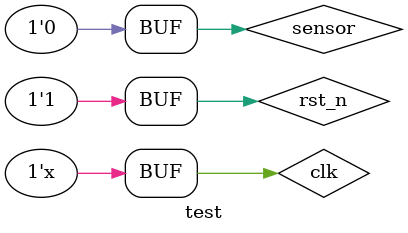
<source format=v>
`timescale 1ps/1ps
module test ();
    reg clk, rst_n, sensor;
    // wire cr_time_out, hw_time_out;
    wire [2:0] CR_LED, HW_LED;
    // wire [6:0] hw_time, cr_time;
    wire [13:0] cr_time_display, hw_time_display;

    // HW_Timer timer0(.clk(clk), .rst_n(rst_n), .sensor(sensor), .hw_time_out(hw_time_out), .hw_time(hw_time));
    // CR_Timer timer1(.clk(clk), .rst_n(rst_n), .sensor(sensor), .cr_time_out(cr_time_out), .cr_time(cr_time));
    // HW_Controller hw_controller(.clk(clk), .rst_n(rst_n), .sensor(sensor), .HW_LED(HW_LED), .time_out(hw_time_out));
    // CR_Controller cr_controller(.clk(clk), .rst_n(rst_n), .sensor(sensor), .time_out(cr_time_out), .CR_LED(CR_LED));
    TrafficLight module_1(.clk(clk), .rst_n(rst_n), .sensor(sensor), .cr_time_display(cr_time_display), .hw_time_display(hw_time_display), .CR_LED(CR_LED), .HW_LED(HW_LED));

    always #1 clk = ~clk;
    initial begin
        clk = 0;
        sensor = 0;
        rst_n = 1; #200;
        rst_n = 0; #500;
        rst_n = 1; #200;
        sensor = 1;
        #10000;
        sensor = 0;
        #10000;
        sensor = 1;
        #10000;
        sensor = 0;
        
    end
endmodule
</source>
